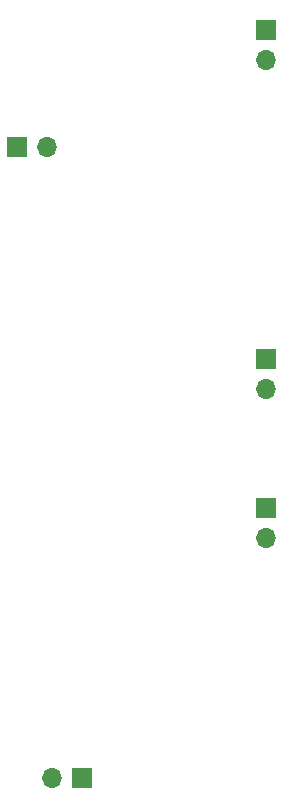
<source format=gbs>
G04 #@! TF.GenerationSoftware,KiCad,Pcbnew,6.0.11-2627ca5db0~126~ubuntu22.04.1*
G04 #@! TF.CreationDate,2023-11-05T13:12:04+01:00*
G04 #@! TF.ProjectId,CC_LED_Driver,43435f4c-4544-45f4-9472-697665722e6b,rev?*
G04 #@! TF.SameCoordinates,Original*
G04 #@! TF.FileFunction,Soldermask,Bot*
G04 #@! TF.FilePolarity,Negative*
%FSLAX46Y46*%
G04 Gerber Fmt 4.6, Leading zero omitted, Abs format (unit mm)*
G04 Created by KiCad (PCBNEW 6.0.11-2627ca5db0~126~ubuntu22.04.1) date 2023-11-05 13:12:04*
%MOMM*%
%LPD*%
G01*
G04 APERTURE LIST*
%ADD10R,1.700000X1.700000*%
%ADD11O,1.700000X1.700000*%
G04 APERTURE END LIST*
D10*
X135600000Y-112025000D03*
D11*
X135600000Y-114565000D03*
D10*
X114475000Y-81500000D03*
D11*
X117015000Y-81500000D03*
D10*
X120000000Y-134875000D03*
D11*
X117460000Y-134875000D03*
D10*
X135600000Y-71525000D03*
D11*
X135600000Y-74065000D03*
D10*
X135600000Y-99425000D03*
D11*
X135600000Y-101965000D03*
M02*

</source>
